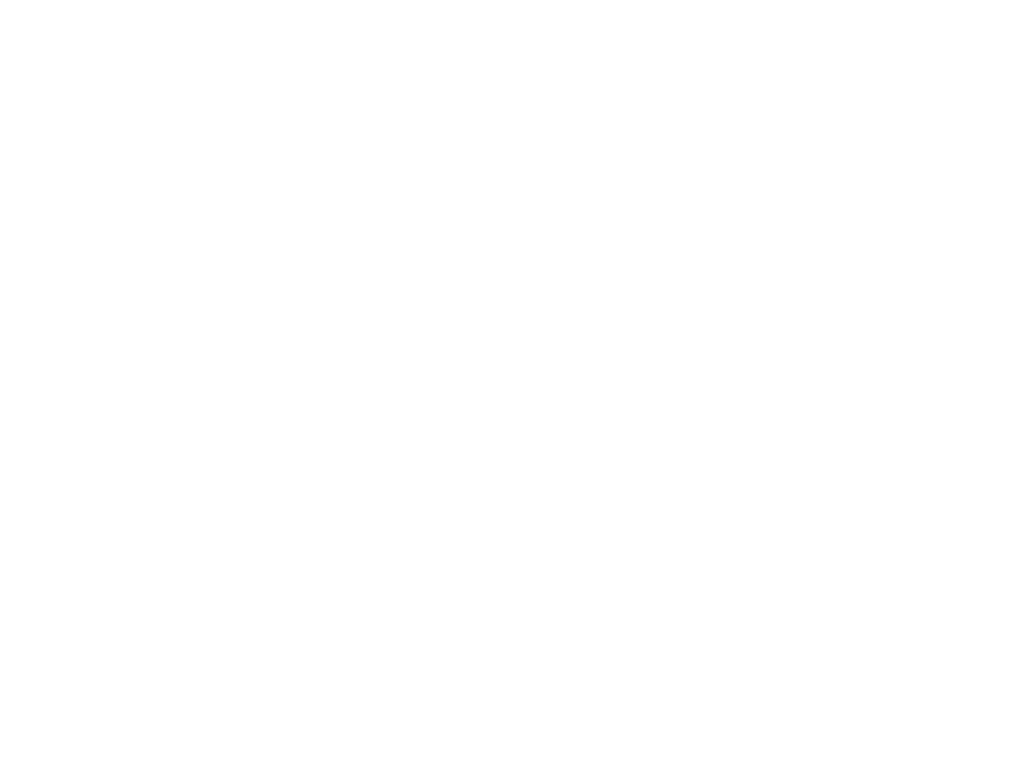
<source format=gbs>
*%FSLAX23Y23*%
*%MOIN*%
G01*
D25*
X10798Y6064D02*
D03*
X10714D02*
D03*
X10064Y6056D02*
D03*
X9656Y5912D02*
D03*
X9183Y7006D02*
D03*
X9182Y6938D02*
D03*
X9282Y6966D02*
D03*
X8958Y9054D02*
D03*
X9010Y8967D02*
D03*
X8852Y6918D02*
D03*
X8867Y6994D02*
D03*
X8599Y10063D02*
D03*
X8638Y6956D02*
D03*
X8566Y9632D02*
D03*
X8518Y9055D02*
D03*
X8458Y9136D02*
D03*
X8264Y9632D02*
D03*
X8297Y7390D02*
D03*
X8131Y7113D02*
D03*
X8159Y6994D02*
D03*
X8055Y7427D02*
D03*
X8070Y7309D02*
D03*
X8086Y7190D02*
D03*
X7991Y6919D02*
D03*
X7778D02*
D03*
X7660Y7887D02*
D03*
X7602Y6414D02*
D03*
X7363Y9527D02*
D03*
X7334Y7955D02*
D03*
X7454Y6012D02*
D03*
X7377Y6429D02*
D03*
X7503Y6958D02*
D03*
X7223Y7174D02*
D03*
X7265Y8067D02*
D03*
X6823Y9512D02*
D03*
D30*
X12314Y10341D02*
D03*
X12214D02*
D03*
X12114D02*
D03*
X12014D02*
D03*
X9239Y10144D02*
D03*
D35*
X13185Y9943D02*
D03*
Y6183D02*
D03*
X7949Y8124D02*
D03*
Y6183D02*
D03*
D61*
X12414Y10341D02*
D03*
D70*
X7428Y7097D02*
D03*
Y7688D02*
D03*
Y7648D02*
D03*
Y7609D02*
D03*
Y7569D02*
D03*
Y7530D02*
D03*
Y7491D02*
D03*
Y7451D02*
D03*
Y7412D02*
D03*
Y7373D02*
D03*
Y7333D02*
D03*
Y7294D02*
D03*
Y7254D02*
D03*
Y7215D02*
D03*
Y7176D02*
D03*
Y7136D02*
D03*
D82*
X7334Y7803D02*
D03*
Y6981D02*
D03*
D90*
X12070Y5912D02*
D03*
X12470D02*
D03*
X12070Y5612D02*
D03*
X12470D02*
D03*
X12723Y5912D02*
D03*
X13123D02*
D03*
X12723Y5612D02*
D03*
X13123D02*
D03*
X10763Y5912D02*
D03*
X11163D02*
D03*
X10763Y5612D02*
D03*
X11163D02*
D03*
X11416Y5912D02*
D03*
X11816D02*
D03*
X11416Y5612D02*
D03*
X11816D02*
D03*
X8802Y5912D02*
D03*
X9202D02*
D03*
X8802Y5612D02*
D03*
X9202D02*
D03*
X9456Y5912D02*
D03*
X9856D02*
D03*
X9456Y5612D02*
D03*
X9856D02*
D03*
X10109Y5912D02*
D03*
X10509D02*
D03*
X10109Y5612D02*
D03*
X10509D02*
D03*
X8149Y5912D02*
D03*
X8549D02*
D03*
X8149Y5612D02*
D03*
X8549D02*
D03*
M02*

</source>
